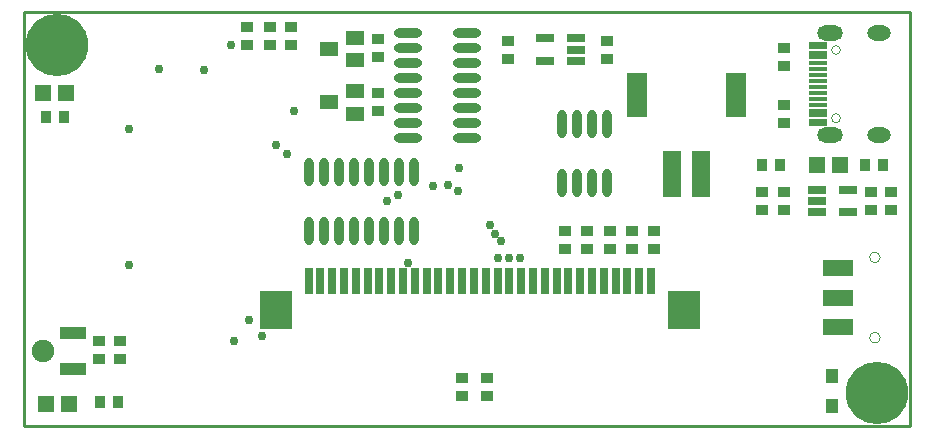
<source format=gts>
G04*
G04 #@! TF.GenerationSoftware,Altium Limited,Altium Designer,20.0.13 (296)*
G04*
G04 Layer_Color=8388736*
%FSLAX24Y24*%
%MOIN*%
G70*
G01*
G75*
%ADD11C,0.0100*%
%ADD15C,0.0002*%
%ADD29R,0.0395X0.0379*%
%ADD30R,0.0631X0.0316*%
%ADD31R,0.0379X0.0395*%
%ADD32R,0.0552X0.0552*%
%ADD33R,0.0866X0.0394*%
%ADD34R,0.1045X0.0552*%
%ADD35R,0.0395X0.0474*%
%ADD36R,0.0631X0.0158*%
%ADD37R,0.0631X0.1576*%
%ADD38R,0.0710X0.1458*%
%ADD39R,0.0316X0.0867*%
%ADD40R,0.1064X0.1261*%
%ADD41O,0.0316X0.0946*%
%ADD42O,0.0946X0.0316*%
%ADD43R,0.0631X0.0474*%
%ADD44C,0.0748*%
%ADD45O,0.0867X0.0513*%
%ADD46O,0.0789X0.0513*%
%ADD47C,0.2080*%
%ADD48C,0.0310*%
%ADD49C,0.0300*%
D11*
X47331Y43678D02*
X47350D01*
X47331D02*
X47331Y29922D01*
X47350Y29900D01*
X17800Y43700D02*
X47328D01*
X17800D02*
X17800Y29900D01*
X47350D01*
D15*
X46348Y35523D02*
G03*
X46348Y35523I-177J0D01*
G01*
Y32846D02*
G03*
X46348Y32846I-177J0D01*
G01*
X45024Y42438D02*
G03*
X45024Y42438I-148J0D01*
G01*
Y40162D02*
G03*
X45024Y40162I-148J0D01*
G01*
D29*
X37250Y42151D02*
D03*
Y42749D02*
D03*
X33950Y42151D02*
D03*
Y42749D02*
D03*
X20999Y32151D02*
D03*
Y32749D02*
D03*
X20300D02*
D03*
Y32151D02*
D03*
X33231Y31499D02*
D03*
Y30901D02*
D03*
X32400Y31499D02*
D03*
Y30901D02*
D03*
X43150Y37699D02*
D03*
Y37101D02*
D03*
X42401Y37699D02*
D03*
Y37101D02*
D03*
X46700Y37101D02*
D03*
Y37699D02*
D03*
X46045Y37101D02*
D03*
Y37699D02*
D03*
X43150Y40599D02*
D03*
Y40001D02*
D03*
Y41901D02*
D03*
Y42499D02*
D03*
X38811Y36399D02*
D03*
Y35801D02*
D03*
X38071D02*
D03*
Y36399D02*
D03*
X37331D02*
D03*
Y35801D02*
D03*
X36590Y36399D02*
D03*
Y35801D02*
D03*
X35850D02*
D03*
Y36399D02*
D03*
X29619Y40417D02*
D03*
Y41016D02*
D03*
X29600Y42202D02*
D03*
Y42800D02*
D03*
X26708Y42601D02*
D03*
Y43199D02*
D03*
X26000D02*
D03*
Y42601D02*
D03*
X25249Y43199D02*
D03*
Y42601D02*
D03*
D30*
X36212Y42076D02*
D03*
Y42450D02*
D03*
Y42824D02*
D03*
X35188D02*
D03*
Y42076D02*
D03*
X44238Y37774D02*
D03*
Y37400D02*
D03*
Y37026D02*
D03*
X45262D02*
D03*
Y37774D02*
D03*
D31*
X20351Y30700D02*
D03*
X20949D02*
D03*
X45852Y38600D02*
D03*
X46450D02*
D03*
X42401D02*
D03*
X42999D02*
D03*
X19149Y40200D02*
D03*
X18551D02*
D03*
D32*
X18552Y30650D02*
D03*
X19300D02*
D03*
X45000Y38600D02*
D03*
X44252D02*
D03*
X18452Y41000D02*
D03*
X19200D02*
D03*
D33*
X19452Y31809D02*
D03*
Y32991D02*
D03*
D34*
X44950Y33200D02*
D03*
Y35168D02*
D03*
Y34184D02*
D03*
D35*
X44750Y31567D02*
D03*
Y30582D02*
D03*
D36*
X44287Y42639D02*
D03*
Y42520D02*
D03*
X44287Y42324D02*
D03*
Y42206D02*
D03*
X44287Y41989D02*
D03*
X44287Y41792D02*
D03*
X44287Y41595D02*
D03*
Y41398D02*
D03*
Y41202D02*
D03*
Y41005D02*
D03*
Y40808D02*
D03*
X44287Y40611D02*
D03*
X44287Y40395D02*
D03*
Y40276D02*
D03*
Y40079D02*
D03*
Y39961D02*
D03*
D37*
X39400Y38300D02*
D03*
X40384Y38300D02*
D03*
D38*
X38239Y40938D02*
D03*
X41546D02*
D03*
D39*
X27294Y34750D02*
D03*
X27688D02*
D03*
X28082D02*
D03*
X28475D02*
D03*
X28869D02*
D03*
X29263D02*
D03*
X29656D02*
D03*
X30050D02*
D03*
X30444D02*
D03*
X30837D02*
D03*
X31231D02*
D03*
X31625D02*
D03*
X32018D02*
D03*
X32412D02*
D03*
X32806D02*
D03*
X33200D02*
D03*
X33593D02*
D03*
X33987D02*
D03*
X34381D02*
D03*
X34774D02*
D03*
X35168D02*
D03*
X35562D02*
D03*
X35956D02*
D03*
X36349D02*
D03*
X36743D02*
D03*
X37137D02*
D03*
X37530D02*
D03*
X37924D02*
D03*
X38318D02*
D03*
X38711D02*
D03*
D40*
X39794Y33785D02*
D03*
X26211D02*
D03*
D41*
X30800Y36400D02*
D03*
X30300D02*
D03*
X29800D02*
D03*
X29300D02*
D03*
X28800D02*
D03*
X28300D02*
D03*
X27800D02*
D03*
X27300D02*
D03*
Y38368D02*
D03*
X27800D02*
D03*
X28300D02*
D03*
X28800D02*
D03*
X29300D02*
D03*
X29800D02*
D03*
X30300D02*
D03*
X30800D02*
D03*
X35750Y38000D02*
D03*
X36250D02*
D03*
X36750D02*
D03*
X37250D02*
D03*
Y39969D02*
D03*
X36750D02*
D03*
X36250D02*
D03*
X35750D02*
D03*
D42*
X32584Y39500D02*
D03*
Y40000D02*
D03*
Y40500D02*
D03*
Y41000D02*
D03*
Y41500D02*
D03*
Y42000D02*
D03*
Y42500D02*
D03*
Y43000D02*
D03*
X30616D02*
D03*
Y42500D02*
D03*
Y42000D02*
D03*
Y41500D02*
D03*
Y41000D02*
D03*
Y40500D02*
D03*
Y40000D02*
D03*
Y39500D02*
D03*
D43*
X28848Y40317D02*
D03*
Y41065D02*
D03*
X27982Y40691D02*
D03*
X28848Y42100D02*
D03*
Y42848D02*
D03*
X27982Y42474D02*
D03*
D44*
X18448Y32400D02*
D03*
D45*
X44668Y39599D02*
D03*
Y43001D02*
D03*
D46*
X46313D02*
D03*
Y39599D02*
D03*
D47*
X18900Y42600D02*
D03*
X46250Y31000D02*
D03*
D48*
X19712Y42438D02*
D03*
X19652Y42946D02*
D03*
X19305Y43322D02*
D03*
X18803Y43422D02*
D03*
X18339Y43208D02*
D03*
X18088Y42762D02*
D03*
X18148Y42254D02*
D03*
X18495Y41878D02*
D03*
X18997Y41778D02*
D03*
X19461Y41992D02*
D03*
X46412Y31812D02*
D03*
X45904Y31752D02*
D03*
X45528Y31405D02*
D03*
X45428Y30903D02*
D03*
X45642Y30439D02*
D03*
X46088Y30188D02*
D03*
X46596Y30248D02*
D03*
X46972Y30595D02*
D03*
X47072Y31097D02*
D03*
X46858Y31561D02*
D03*
D49*
X30600Y35350D02*
D03*
X26800Y40400D02*
D03*
X33337Y36604D02*
D03*
X24700Y42601D02*
D03*
X32300Y38500D02*
D03*
X33700Y36062D02*
D03*
X33600Y35497D02*
D03*
X32273Y37750D02*
D03*
X31450Y37909D02*
D03*
X26567Y38972D02*
D03*
X23817Y41783D02*
D03*
X34330Y35486D02*
D03*
X33987D02*
D03*
X33500Y36300D02*
D03*
X31936Y37950D02*
D03*
X29900Y37414D02*
D03*
X30277Y37590D02*
D03*
X26200Y39268D02*
D03*
X24800Y32749D02*
D03*
X21300Y39800D02*
D03*
X21306Y35256D02*
D03*
X22306Y41800D02*
D03*
X25750Y32912D02*
D03*
X25306Y33450D02*
D03*
M02*

</source>
